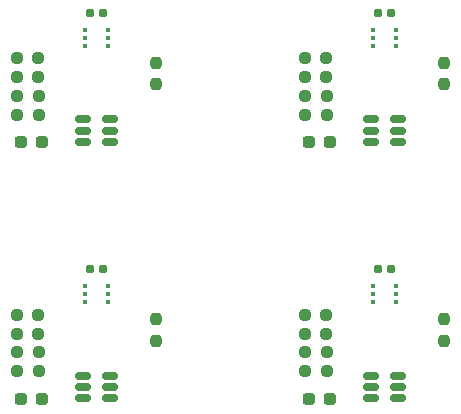
<source format=gbr>
%TF.GenerationSoftware,KiCad,Pcbnew,7.0.2-6a45011f42~172~ubuntu22.04.1*%
%TF.CreationDate,2023-07-04T10:01:32-03:00*%
%TF.ProjectId,TMP117_custom_board_panelize,544d5031-3137-45f6-9375-73746f6d5f62,rev?*%
%TF.SameCoordinates,Original*%
%TF.FileFunction,Paste,Top*%
%TF.FilePolarity,Positive*%
%FSLAX46Y46*%
G04 Gerber Fmt 4.6, Leading zero omitted, Abs format (unit mm)*
G04 Created by KiCad (PCBNEW 7.0.2-6a45011f42~172~ubuntu22.04.1) date 2023-07-04 10:01:32*
%MOMM*%
%LPD*%
G01*
G04 APERTURE LIST*
G04 Aperture macros list*
%AMRoundRect*
0 Rectangle with rounded corners*
0 $1 Rounding radius*
0 $2 $3 $4 $5 $6 $7 $8 $9 X,Y pos of 4 corners*
0 Add a 4 corners polygon primitive as box body*
4,1,4,$2,$3,$4,$5,$6,$7,$8,$9,$2,$3,0*
0 Add four circle primitives for the rounded corners*
1,1,$1+$1,$2,$3*
1,1,$1+$1,$4,$5*
1,1,$1+$1,$6,$7*
1,1,$1+$1,$8,$9*
0 Add four rect primitives between the rounded corners*
20,1,$1+$1,$2,$3,$4,$5,0*
20,1,$1+$1,$4,$5,$6,$7,0*
20,1,$1+$1,$6,$7,$8,$9,0*
20,1,$1+$1,$8,$9,$2,$3,0*%
G04 Aperture macros list end*
%ADD10R,0.449999X0.299999*%
%ADD11RoundRect,0.155000X0.212500X0.155000X-0.212500X0.155000X-0.212500X-0.155000X0.212500X-0.155000X0*%
%ADD12RoundRect,0.237500X-0.287500X-0.237500X0.287500X-0.237500X0.287500X0.237500X-0.287500X0.237500X0*%
%ADD13RoundRect,0.150000X-0.512500X-0.150000X0.512500X-0.150000X0.512500X0.150000X-0.512500X0.150000X0*%
%ADD14RoundRect,0.237500X-0.250000X-0.237500X0.250000X-0.237500X0.250000X0.237500X-0.250000X0.237500X0*%
%ADD15RoundRect,0.237500X-0.237500X0.250000X-0.237500X-0.250000X0.237500X-0.250000X0.237500X0.250000X0*%
G04 APERTURE END LIST*
D10*
%TO.C,SENS1*%
X135333001Y-31683999D03*
X135333001Y-32334000D03*
X135333001Y-32983999D03*
X137282999Y-32983999D03*
X137282999Y-32334000D03*
X137282999Y-31683999D03*
%TD*%
D11*
%TO.C,C1*%
X161250800Y-30238200D03*
X160115800Y-30238200D03*
%TD*%
D12*
%TO.C,D1*%
X154298000Y-41168000D03*
X156048000Y-41168000D03*
%TD*%
D13*
%TO.C,PROT1*%
X159554500Y-39245000D03*
X159554500Y-40195000D03*
X159554500Y-41145000D03*
X161829500Y-41145000D03*
X161829500Y-40195000D03*
X161829500Y-39245000D03*
%TD*%
D14*
%TO.C,R3*%
X153912000Y-57372000D03*
X155737000Y-57372000D03*
%TD*%
D11*
%TO.C,C1*%
X161250800Y-51942200D03*
X160115800Y-51942200D03*
%TD*%
D10*
%TO.C,SENS1*%
X159717001Y-53387999D03*
X159717001Y-54038000D03*
X159717001Y-54687999D03*
X161666999Y-54687999D03*
X161666999Y-54038000D03*
X161666999Y-53387999D03*
%TD*%
D14*
%TO.C,R4*%
X129528000Y-55772000D03*
X131353000Y-55772000D03*
%TD*%
D11*
%TO.C,C1*%
X136866800Y-51942200D03*
X135731800Y-51942200D03*
%TD*%
D14*
%TO.C,R2*%
X153935500Y-58972000D03*
X155760500Y-58972000D03*
%TD*%
D15*
%TO.C,R1*%
X165721200Y-34454600D03*
X165721200Y-36279600D03*
%TD*%
D10*
%TO.C,SENS1*%
X135333001Y-53387999D03*
X135333001Y-54038000D03*
X135333001Y-54687999D03*
X137282999Y-54687999D03*
X137282999Y-54038000D03*
X137282999Y-53387999D03*
%TD*%
D14*
%TO.C,R3*%
X153912000Y-35668000D03*
X155737000Y-35668000D03*
%TD*%
D15*
%TO.C,R1*%
X165721200Y-56158600D03*
X165721200Y-57983600D03*
%TD*%
D14*
%TO.C,R5*%
X129551500Y-60572000D03*
X131376500Y-60572000D03*
%TD*%
D15*
%TO.C,R1*%
X141337200Y-34454600D03*
X141337200Y-36279600D03*
%TD*%
D10*
%TO.C,SENS1*%
X159717001Y-31683999D03*
X159717001Y-32334000D03*
X159717001Y-32983999D03*
X161666999Y-32983999D03*
X161666999Y-32334000D03*
X161666999Y-31683999D03*
%TD*%
D14*
%TO.C,R4*%
X153912000Y-55772000D03*
X155737000Y-55772000D03*
%TD*%
D15*
%TO.C,R1*%
X141337200Y-56158600D03*
X141337200Y-57983600D03*
%TD*%
D14*
%TO.C,R5*%
X129551500Y-38868000D03*
X131376500Y-38868000D03*
%TD*%
D12*
%TO.C,D1*%
X154298000Y-62872000D03*
X156048000Y-62872000D03*
%TD*%
D14*
%TO.C,R2*%
X129551500Y-37268000D03*
X131376500Y-37268000D03*
%TD*%
%TO.C,R4*%
X153912000Y-34068000D03*
X155737000Y-34068000D03*
%TD*%
%TO.C,R5*%
X153935500Y-60572000D03*
X155760500Y-60572000D03*
%TD*%
%TO.C,R3*%
X129528000Y-35668000D03*
X131353000Y-35668000D03*
%TD*%
D12*
%TO.C,D1*%
X129914000Y-41168000D03*
X131664000Y-41168000D03*
%TD*%
D14*
%TO.C,R4*%
X129528000Y-34068000D03*
X131353000Y-34068000D03*
%TD*%
%TO.C,R2*%
X129551500Y-58972000D03*
X131376500Y-58972000D03*
%TD*%
%TO.C,R3*%
X129528000Y-57372000D03*
X131353000Y-57372000D03*
%TD*%
D13*
%TO.C,PROT1*%
X135170500Y-39245000D03*
X135170500Y-40195000D03*
X135170500Y-41145000D03*
X137445500Y-41145000D03*
X137445500Y-40195000D03*
X137445500Y-39245000D03*
%TD*%
D12*
%TO.C,D1*%
X129914000Y-62872000D03*
X131664000Y-62872000D03*
%TD*%
D11*
%TO.C,C1*%
X136866800Y-30238200D03*
X135731800Y-30238200D03*
%TD*%
D13*
%TO.C,PROT1*%
X159554500Y-60949000D03*
X159554500Y-61899000D03*
X159554500Y-62849000D03*
X161829500Y-62849000D03*
X161829500Y-61899000D03*
X161829500Y-60949000D03*
%TD*%
D14*
%TO.C,R5*%
X153935500Y-38868000D03*
X155760500Y-38868000D03*
%TD*%
%TO.C,R2*%
X153935500Y-37268000D03*
X155760500Y-37268000D03*
%TD*%
D13*
%TO.C,PROT1*%
X135170500Y-60949000D03*
X135170500Y-61899000D03*
X135170500Y-62849000D03*
X137445500Y-62849000D03*
X137445500Y-61899000D03*
X137445500Y-60949000D03*
%TD*%
M02*

</source>
